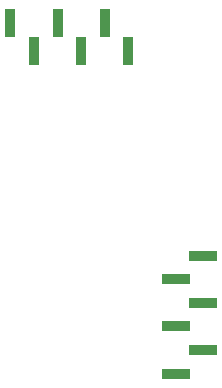
<source format=gbr>
%TF.GenerationSoftware,KiCad,Pcbnew,6.0.11-3.fc37*%
%TF.CreationDate,2023-09-06T08:49:03-04:00*%
%TF.ProjectId,gameKey-PCB-ThumbCluster,67616d65-4b65-4792-9d50-43422d546875,rev?*%
%TF.SameCoordinates,Original*%
%TF.FileFunction,Paste,Bot*%
%TF.FilePolarity,Positive*%
%FSLAX46Y46*%
G04 Gerber Fmt 4.6, Leading zero omitted, Abs format (unit mm)*
G04 Created by KiCad (PCBNEW 6.0.11-3.fc37) date 2023-09-06 08:49:03*
%MOMM*%
%LPD*%
G01*
G04 APERTURE LIST*
%ADD10R,0.850000X2.350000*%
%ADD11R,2.350000X0.850000*%
G04 APERTURE END LIST*
D10*
%TO.C,J2*%
X-5000000Y24675000D03*
X-3000000Y22325000D03*
X-1000000Y24675000D03*
X1000000Y22325000D03*
X3000000Y24675000D03*
X5000000Y22325000D03*
%TD*%
D11*
%TO.C,J1*%
X11335000Y5000000D03*
X8985000Y3000000D03*
X11335000Y1000000D03*
X8985000Y-1000000D03*
X11335000Y-3000000D03*
X8985000Y-5000000D03*
%TD*%
M02*

</source>
